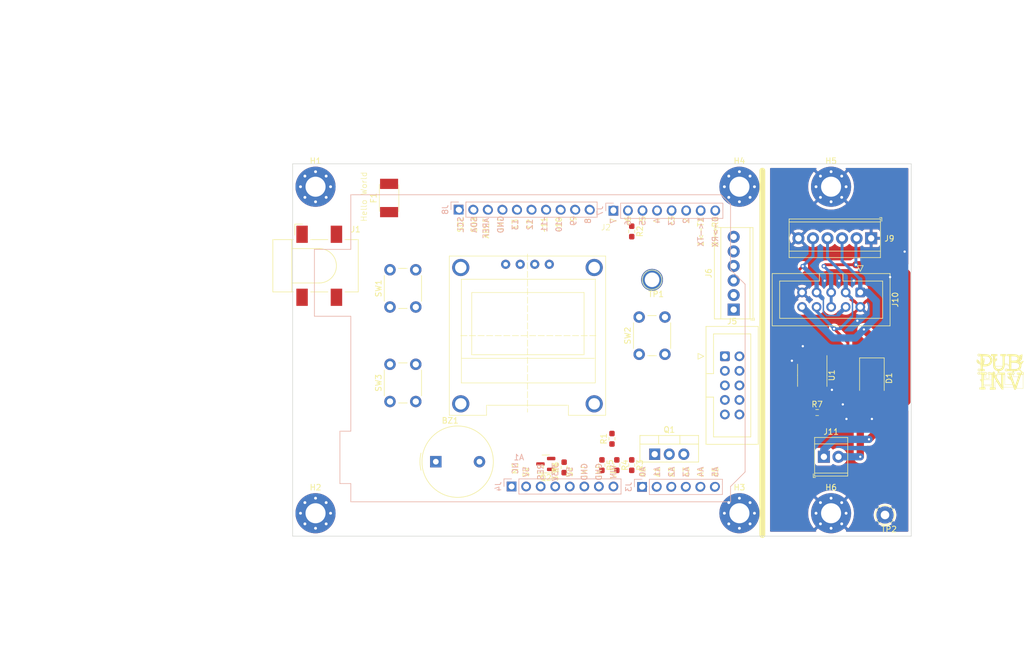
<source format=kicad_pcb>
(kicad_pcb (version 20221018) (generator pcbnew)
  (layers (0 "F.Cu" signal) (31 "B.Cu" signal) (34 "B.Paste" user) (35 "F.Paste" user) (36 "B.SilkS" user "B.Silkscreen") (37 "F.SilkS" user "F.Silkscreen") (38 "B.Mask" user) (39 "F.Mask" user) (44 "Edge.Cuts" user))
  (net 0 "")
  (net 5 "+5V")
  (net 6 "GND")
  (net 7 "VCC")
  (net 8 "TEMP_IN")
  (net 12 "SDA")
  (net 13 "SCL")
  (net 19 "BTN_SELECT")
  (net 20 "BTN_UP")
  (net 21 "BTN_DOWN")
  (net 22 "HEATER_ON")
  (net 23 "BUZZER_ON")
  (net 24 "Net-(A1-D8)")
  (net 32 "HeaterDrive")
  (net 33 "Net-(BZ1-+)")
  (net 34 "Net-(F1-Pad2)")
  (net 35 "TempOut")
  (net 36 "Net-(D1-A)")
  (net 37 "Net-(Q2-G)")
  (net 38 "Net-(U1-~{SHUTDOWN})")
  (net 39 "HeaterDrive_IB")
  (net 40 "GND1")
  (net 41 "VCCQ")
  (net 42 "+5P")
  (net 43 "TempOut_IB")
  (footprint "GeneralPurposeAlarmDevicePCB:MountingHole_3.5mm_Pad_Via" (layer "F.Cu") (at 54 146)
    (fp_text reference "H2" (at 0 -4.5) (layer "F.SilkS"))
    (fp_text value "MountingHole_Pad_3.5mm")
    (pad "1" thru_hole circle locked (at -2.625 0) (size 0.8 0.8) (drill 0.5) (layers "*.Cu" "*.Mask") (net 6 "GND"))
    (pad "1" thru_hole circle locked (at -1.856155 -1.856155) (size 0.8 0.8) (drill 0.5) (layers "*.Cu" "*.Mask") (net 6 "GND"))
    (pad "1" thru_hole circle locked (at -1.856155 1.856155) (size 0.8 0.8) (drill 0.5) (layers "*.Cu" "*.Mask") (net 6 "GND"))
    (pad "1" thru_hole circle locked (at 0 -2.625) (size 0.8 0.8) (drill 0.5) (layers "*.Cu" "*.Mask") (net 6 "GND"))
    (pad "1" thru_hole circle locked (at 0 0) (size 7 7) (drill 3.5) (layers "*.Cu" "*.Mask") (net 6 "GND"))
    (pad "1" thru_hole circle locked (at 0 2.625) (size 0.8 0.8) (drill 0.5) (layers "*.Cu" "*.Mask") (net 6 "GND"))
    (pad "1" thru_hole circle locked (at 1.856155 -1.856155) (size 0.8 0.8) (drill 0.5) (layers "*.Cu" "*.Mask") (net 6 "GND"))
    (pad "1" thru_hole circle locked (at 1.856155 1.856155) (size 0.8 0.8) (drill 0.5) (layers "*.Cu" "*.Mask") (net 6 "GND"))
    (pad "1" thru_hole circle locked (at 2.625 0) (size 0.8 0.8) (drill 0.5) (layers "*.Cu" "*.Mask") (net 6 "GND"))
  )
  (footprint "Resistor_SMD:R_0603_1608Metric_Pad0.98x0.95mm_HandSolder" (layer "F.Cu") (at 109.2 96.8 -90)
    (fp_text reference "R2" (at 0 -1.43 90) (layer "F.SilkS"))
    (fp_text value "1K")
    (pad "1" smd roundrect (at -0.9125 0 270) (size 0.975 0.95) (layers "F.Cu" "F.Paste" "F.Mask") (net 22 "HEATER_ON"))
    (pad "2" smd roundrect (at 0.9125 0 270) (size 0.975 0.95) (layers "F.Cu" "F.Paste" "F.Mask") (net 24 "Net-(A1-D8)"))
  )
  (footprint "TestPoint:TestPoint_Loop_D2.54mm_Drill1.5mm_Beaded" (layer "F.Cu") (at 153.416 146.304)
    (fp_text reference "TP2" (at 0.7 2.5) (layer "F.SilkS"))
    (fp_text value "TP_GND")
    (pad "1" thru_hole circle (at 0 0) (size 3 3) (drill 1.5) (layers "*.Cu" "*.Mask") (net 40 "GND1"))
  )
  (footprint "Button_Switch_THT:SW_PUSH_6mm" (layer "F.Cu") (at 67 110 90)
    (fp_text reference "SW1" (at 3.25 -2 90) (layer "F.SilkS"))
    (fp_text value "6mm 2 Pin Tact NO Breadboard Friendly")
    (pad "1" thru_hole circle locked (at 0 0 180) (size 2 2) (drill 1.1) (layers "*.Cu" "*.Mask") (net 21 "BTN_DOWN"))
    (pad "1" thru_hole circle locked (at 6.5 0 180) (size 2 2) (drill 1.1) (layers "*.Cu" "*.Mask") (net 21 "BTN_DOWN"))
    (pad "2" thru_hole circle locked (at 0 4.5 180) (size 2 2) (drill 1.1) (layers "*.Cu" "*.Mask") (net 21 "BTN_DOWN"))
    (pad "2" thru_hole circle locked (at 6.5 4.5 180) (size 2 2) (drill 1.1) (layers "*.Cu" "*.Mask") (net 21 "BTN_DOWN"))
  )
  (footprint "GeneralPurposeAlarmDevicePCB:MountingHole_3.5mm_Pad_Via" (layer "F.Cu") (at 128 146)
    (fp_text reference "H3" (at 0 -4.5) (layer "F.SilkS"))
    (fp_text value "MountingHole_Pad_3.5mm")
    (pad "1" thru_hole circle locked (at -2.625 0) (size 0.8 0.8) (drill 0.5) (layers "*.Cu" "*.Mask") (net 6 "GND"))
    (pad "1" thru_hole circle locked (at -1.856155 -1.856155) (size 0.8 0.8) (drill 0.5) (layers "*.Cu" "*.Mask") (net 6 "GND"))
    (pad "1" thru_hole circle locked (at -1.856155 1.856155) (size 0.8 0.8) (drill 0.5) (layers "*.Cu" "*.Mask") (net 6 "GND"))
    (pad "1" thru_hole circle locked (at 0 -2.625) (size 0.8 0.8) (drill 0.5) (layers "*.Cu" "*.Mask") (net 6 "GND"))
    (pad "1" thru_hole circle locked (at 0 0) (size 7 7) (drill 3.5) (layers "*.Cu" "*.Mask") (net 6 "GND"))
    (pad "1" thru_hole circle locked (at 0 2.625) (size 0.8 0.8) (drill 0.5) (layers "*.Cu" "*.Mask") (net 6 "GND"))
    (pad "1" thru_hole circle locked (at 1.856155 -1.856155) (size 0.8 0.8) (drill 0.5) (layers "*.Cu" "*.Mask") (net 6 "GND"))
    (pad "1" thru_hole circle locked (at 1.856155 1.856155) (size 0.8 0.8) (drill 0.5) (layers "*.Cu" "*.Mask") (net 6 "GND"))
    (pad "1" thru_hole circle locked (at 2.625 0) (size 0.8 0.8) (drill 0.5) (layers "*.Cu" "*.Mask") (net 6 "GND"))
  )
  (footprint "TerminalBlock_TE-Connectivity:TerminalBlock_TE_282834-6_1x06_P2.54mm_Horizontal" (layer "F.Cu") (at 151 98 180)
    (fp_text reference "J9" (at -3.182 -0.048) (layer "F.SilkS"))
    (fp_text value "Screw_Terminal_01x06")
    (pad "1" thru_hole rect (at 0 0 180) (size 2.1 2.1) (drill 1.1) (layers "*.Cu" "*.Mask") (net 40 "GND1"))
    (pad "2" thru_hole circle (at 2.54 0 180) (size 2.1 2.1) (drill 1.1) (layers "*.Cu" "*.Mask") (net 41 "VCCQ"))
    (pad "3" thru_hole circle (at 5.08 0 180) (size 2.1 2.1) (drill 1.1) (layers "*.Cu" "*.Mask") (net 39 "HeaterDrive_IB"))
    (pad "4" thru_hole circle (at 7.62 0 180) (size 2.1 2.1) (drill 1.1) (layers "*.Cu" "*.Mask") (net 42 "+5P"))
    (pad "5" thru_hole circle (at 10.16 0 180) (size 2.1 2.1) (drill 1.1) (layers "*.Cu" "*.Mask") (net 43 "TempOut_IB"))
    (pad "6" thru_hole circle (at 12.7 0 180) (size 2.1 2.1) (drill 1.1) (layers "*.Cu" "*.Mask") (net 40 "GND1"))
  )
  (footprint "Resistor_SMD:R_0603_1608Metric_Pad0.98x0.95mm_HandSolder" (layer "F.Cu") (at 141.566 128.42)
    (fp_text reference "R7" (at 0 -1.43) (layer "F.SilkS"))
    (fp_text value "1R")
    (pad "1" smd roundrect (at -0.9125 0) (size 0.975 0.95) (layers "F.Cu" "F.Paste" "F.Mask") (net 38 "Net-(U1-~{SHUTDOWN})"))
    (pad "2" smd roundrect (at 0.9125 0) (size 0.975 0.95) (layers "F.Cu" "F.Paste" "F.Mask") (net 42 "+5P"))
  )
  (footprint "Connector_IDC:IDC-Header_2x05_P2.54mm_Vertical" (layer "F.Cu") (at 149.098 107.4515 -90)
    (fp_text reference "J10" (at 1.27 -6.1 90) (layer "F.SilkS"))
    (fp_text value "Conn_02x05_Odd_Even")
    (pad "1" thru_hole roundrect locked (at 0 0 270) (size 1.7 1.7) (drill 1) (layers "*.Cu" "*.Mask") (roundrect_rratio 0.147059) (net 39 "HeaterDrive_IB"))
    (pad "2" thru_hole circle locked (at 2.54 0 270) (size 1.7 1.7) (drill 1) (layers "*.Cu" "*.Mask") (net 40 "GND1"))
    (pad "3" thru_hole circle locked (at 0 2.54 270) (size 1.7 1.7) (drill 1) (layers "*.Cu" "*.Mask") (net 42 "+5P"))
    (pad "4" thru_hole circle locked (at 2.54 2.54 270) (size 1.7 1.7) (drill 1) (layers "*.Cu" "*.Mask") (net 43 "TempOut_IB"))
    (pad "5" thru_hole circle locked (at 0 5.08 270) (size 1.7 1.7) (drill 1) (layers "*.Cu" "*.Mask") (net 41 "VCCQ"))
    (pad "6" thru_hole circle locked (at 2.54 5.08 270) (size 1.7 1.7) (drill 1) (layers "*.Cu" "*.Mask") (net 41 "VCCQ"))
    (pad "7" thru_hole circle locked (at 0 7.62 270) (size 1.7 1.7) (drill 1) (layers "*.Cu" "*.Mask") (net 43 "TempOut_IB"))
    (pad "8" thru_hole circle locked (at 2.54 7.62 270) (size 1.7 1.7) (drill 1) (layers "*.Cu" "*.Mask") (net 42 "+5P"))
    (pad "9" thru_hole circle locked (at 0 10.16 270) (size 1.7 1.7) (drill 1) (layers "*.Cu" "*.Mask") (net 40 "GND1"))
    (pad "10" thru_hole circle locked (at 2.54 10.16 270) (size 1.7 1.7) (drill 1) (layers "*.Cu" "*.Mask") (net 39 "HeaterDrive_IB"))
  )
  (footprint "GeneralPurposeAlarmDevicePCB:BarrelJack_CLIFF_FC681465S_SMT_Horizontal" (layer "F.Cu") (at 54.65 102.8)
    (fp_text reference "J1" (at 6.35 -6.35) (layer "F.SilkS"))
    (fp_text value "Barrel_Jack_Switch_SMT")
    (pad "" np_thru_hole oval (at -2.9 0 90) (size 1.6 1.6) (drill oval 1.6) (layers "F&B.Cu" "*.Mask"))
    (pad "" np_thru_hole circle (at 1.5 0 90) (size 1.8 1.8) (drill 1.8) (layers "F&B.Cu" "*.Mask"))
    (pad "1" smd rect (at 3 -5.5 90) (size 3 2) (layers "F.Cu" "F.Paste" "F.Mask") (net 34 "Net-(F1-Pad2)"))
    (pad "2" smd rect (at 3 5.5 90) (size 3 2) (layers "F.Cu" "F.Paste" "F.Mask") (net 6 "GND"))
    (pad "3" smd rect (at -3 5.5 90) (size 3 2) (layers "F.Cu" "F.Paste" "F.Mask") (net 6 "GND"))
    (pad "4" smd rect (at -3 -5.5 90) (size 2.999999 2) (layers "F.Cu" "F.Paste" "F.Mask") (net 34 "Net-(F1-Pad2)"))
  )
  (footprint "Resistor_SMD:R_0603_1608Metric_Pad0.98x0.95mm_HandSolder" (layer "F.Cu") (at 109.2 137.6 -90)
    (fp_text reference "R3" (at 0 -1.43 90) (layer "F.SilkS"))
    (fp_text value "1K")
    (pad "1" smd roundrect (at -0.9125 0 270) (size 0.975 0.95) (layers "F.Cu" "F.Paste" "F.Mask") (net 6 "GND"))
    (pad "2" smd roundrect (at 0.9125 0 270) (size 0.975 0.95) (layers "F.Cu" "F.Paste" "F.Mask") (net 19 "BTN_SELECT"))
  )
  (footprint "Button_Switch_THT:SW_PUSH_6mm" (layer "F.Cu") (at 67 126.5 90)
    (fp_text reference "SW3" (at 3.25 -2 90) (layer "F.SilkS"))
    (fp_text value "6mm 2 Pin Tact NO Breadboard Friendly")
    (pad "1" thru_hole circle locked (at 0 0 180) (size 2 2) (drill 1.1) (layers "*.Cu" "*.Mask") (net 20 "BTN_UP"))
    (pad "1" thru_hole circle locked (at 6.5 0 180) (size 2 2) (drill 1.1) (layers "*.Cu" "*.Mask") (net 20 "BTN_UP"))
    (pad "2" thru_hole circle locked (at 0 4.5 180) (size 2 2) (drill 1.1) (layers "*.Cu" "*.Mask") (net 20 "BTN_UP"))
    (pad "2" thru_hole circle locked (at 6.5 4.5 180) (size 2 2) (drill 1.1) (layers "*.Cu" "*.Mask") (net 20 "BTN_UP"))
  )
  (footprint "GeneralPurposeAlarmDevicePCB:Fuse_BSMD_1812" (layer "F.Cu") (at 66.84 90.965 90)
    (fp_text reference "F1" (at 0 -2.7 90) (layer "F.SilkS"))
    (fp_text value "Polyfuse 6A")
    (fp_text user "Hello World" (at -4.2 -3.8 90 unlocked) (layer "F.SilkS") (effects (font (thickness 0.1)) (justify left bottom)))
    (pad "1" smd rect (at -2.465 0 90) (size 1.78 3.15) (layers "F.Cu" "F.Paste" "F.Mask") (net 7 "VCC"))
    (pad "2" smd rect (at 2.465 0 90) (size 1.78 3.15) (layers "F.Cu" "F.Paste" "F.Mask") (net 34 "Net-(F1-Pad2)"))
  )
  (footprint "TerminalBlock_TE-Connectivity:TerminalBlock_TE_282834-6_1x06_P2.54mm_Horizontal" (layer "F.Cu") (at 127 110.45 90)
    (fp_text reference "J6" (at 6.35 -4.37 90) (layer "F.SilkS"))
    (fp_text value "Screw_Terminal_01x06")
    (pad "1" thru_hole rect locked (at 0 0 90) (size 2.1 2.1) (drill 1.1) (layers "*.Cu" "*.Mask") (net 6 "GND"))
    (pad "2" thru_hole circle locked (at 2.54 0 90) (size 2.1 2.1) (drill 1.1) (layers "*.Cu" "*.Mask") (net 7 "VCC"))
    (pad "3" thru_hole circle locked (at 5.08 0 90) (size 2.1 2.1) (drill 1.1) (layers "*.Cu" "*.Mask") (net 32 "HeaterDrive"))
    (pad "4" thru_hole circle locked (at 7.62 0 90) (size 2.1 2.1) (drill 1.1) (layers "*.Cu" "*.Mask") (net 5 "+5V"))
    (pad "5" thru_hole circle locked (at 10.16 0 90) (size 2.1 2.1) (drill 1.1) (layers "*.Cu" "*.Mask") (net 35 "TempOut"))
    (pad "6" thru_hole circle locked (at 12.7 0 90) (size 2.1 2.1) (drill 1.1) (layers "*.Cu" "*.Mask") (net 6 "GND"))
  )
  (footprint "TestPoint:TestPoint_Loop_D2.54mm_Drill1.5mm_Beaded" (layer "F.Cu") (at 112.749993 105.250005)
    (fp_text reference "TP1" (at 0.7 2.5) (layer "F.SilkS"))
    (fp_text value "TP_GND")
    (pad "1" thru_hole circle (at 0.000007 -0.000005) (size 3.81 3.81) (drill 2.54) (layers "*.Cu" "*.Mask") (net 6 "GND"))
  )
  (footprint "TerminalBlock_TE-Connectivity:TerminalBlock_TE_282834-2_1x02_P2.54mm_Horizontal" (layer "F.Cu") (at 142.748 136.144)
    (fp_text reference "J11" (at 1.27 -4.37) (layer "F.SilkS"))
    (fp_text value "Screw_Terminal_01x02")
    (pad "1" thru_hole rect (at 0 0) (size 2.1 2.1) (drill 1.1) (layers "*.Cu" "*.Mask") (net 41 "VCCQ"))
    (pad "2" thru_hole circle (at 2.54 0) (size 2.1 2.1) (drill 1.1) (layers "*.Cu" "*.Mask") (net 36 "Net-(D1-A)"))
  )
  (footprint "GeneralPurposeAlarmDevicePCB:MountingHole_3.5mm_Pad_Via" (layer "F.Cu") (at 144 146)
    (fp_text reference "H6" (at 0 -4.5) (layer "F.SilkS"))
    (fp_text value "MountingHole_Pad_3.5mm")
    (pad "1" thru_hole circle locked (at -2.625 0) (size 0.8 0.8) (drill 0.5) (layers "*.Cu" "*.Mask") (net 40 "GND1"))
    (pad "1" thru_hole circle locked (at -1.856155 -1.856155) (size 0.8 0.8) (drill 0.5) (layers "*.Cu" "*.Mask") (net 40 "GND1"))
    (pad "1" thru_hole circle locked (at -1.856155 1.856155) (size 0.8 0.8) (drill 0.5) (layers "*.Cu" "*.Mask") (net 40 "GND1"))
    (pad "1" thru_hole circle locked (at 0 -2.625) (size 0.8 0.8) (drill 0.5) (layers "*.Cu" "*.Mask") (net 40 "GND1"))
    (pad "1" thru_hole circle locked (at 0 0) (size 7 7) (drill 3.5) (layers "*.Cu" "*.Mask") (net 40 "GND1"))
    (pad "1" thru_hole circle locked (at 0 2.625) (size 0.8 0.8) (drill 0.5) (layers "*.Cu" "*.Mask") (net 40 "GND1"))
    (pad "1" thru_hole circle locked (at 1.856155 -1.856155) (size 0.8 0.8) (drill 0.5) (layers "*.Cu" "*.Mask") (net 40 "GND1"))
    (pad "1" thru_hole circle locked (at 1.856155 1.856155) (size 0.8 0.8) (drill 0.5) (layers "*.Cu" "*.Mask") (net 40 "GND1"))
    (pad "1" thru_hole circle locked (at 2.625 0) (size 0.8 0.8) (drill 0.5) (layers "*.Cu" "*.Mask") (net 40 "GND1"))
  )
  (footprint "Package_TO_SOT_THT:TO-220-3_Vertical" (layer "F.Cu") (at 113.21 135.695)
    (fp_text reference "Q1" (at 2.54 -4.27) (layer "F.SilkS"))
    (fp_text value "IRF520N")
    (pad "1" thru_hole rect (at 0 0) (size 1.905 2) (drill 1.1) (layers "*.Cu" "*.Mask") (net 22 "HEATER_ON"))
    (pad "2" thru_hole oval (at 2.54 0) (size 1.905 2) (drill 1.1) (layers "*.Cu" "*.Mask") (net 32 "HeaterDrive"))
    (pad "3" thru_hole oval (at 5.08 0) (size 1.905 2) (drill 1.1) (layers "*.Cu" "*.Mask") (net 6 "GND"))
  )
  (footprint "GeneralPurposeAlarmDevicePCB:MountingHole_3.5mm_Pad_Via" (layer "F.Cu") (at 128 89)
    (fp_text reference "H4" (at 0 -4.5) (layer "F.SilkS"))
    (fp_text value "MountingHole_Pad_3.5mm")
    (pad "1" thru_hole circle locked (at -2.625 0) (size 0.8 0.8) (drill 0.5) (layers "*.Cu" "*.Mask") (net 6 "GND"))
    (pad "1" thru_hole circle locked (at -1.856155 -1.856155) (size 0.8 0.8) (drill 0.5) (layers "*.Cu" "*.Mask") (net 6 "GND"))
    (pad "1" thru_hole circle locked (at -1.856155 1.856155) (size 0.8 0.8) (drill 0.5) (layers "*.Cu" "*.Mask") (net 6 "GND"))
    (pad "1" thru_hole circle locked (at 0 -2.625) (size 0.8 0.8) (drill 0.5) (layers "*.Cu" "*.Mask") (net 6 "GND"))
    (pad "1" thru_hole circle locked (at 0 0) (size 7 7) (drill 3.5) (layers "*.Cu" "*.Mask") (net 6 "GND"))
    (pad "1" thru_hole circle locked (at 0 2.625) (size 0.8 0.8) (drill 0.5) (layers "*.Cu" "*.Mask") (net 6 "GND"))
    (pad "1" thru_hole circle locked (at 1.856155 -1.856155) (size 0.8 0.8) (drill 0.5) (layers "*.Cu" "*.Mask") (net 6 "GND"))
    (pad "1" thru_hole circle locked (at 1.856155 1.856155) (size 0.8 0.8) (drill 0.5) (layers "*.Cu" "*.Mask") (net 6 "GND"))
    (pad "1" thru_hole circle locked (at 2.625 0) (size 0.8 0.8) (drill 0.5) (layers "*.Cu" "*.Mask") (net 6 "GND"))
  )
  (footprint "GeneralPurposeAlarmDevicePCB:MountingHole_3.5mm_Pad_Via" (layer "F.Cu") (at 54 89)
    (fp_text reference "H1" (at 0 -4.5) (layer "F.SilkS"))
    (fp_text value "MountingHole_Pad_3.5mm")
    (pad "1" thru_hole circle locked (at -2.625 0) (size 0.8 0.8) (drill 0.5) (layers "*.Cu" "*.Mask") (net 6 "GND"))
    (pad "1" thru_hole circle locked (at -1.856155 -1.856155) (size 0.8 0.8) (drill 0.5) (layers "*.Cu" "*.Mask") (net 6 "GND"))
    (pad "1" thru_hole circle locked (at -1.856155 1.856155) (size 0.8 0.8) (drill 0.5) (layers "*.Cu" "*.Mask") (net 6 "GND"))
    (pad "1" thru_hole circle locked (at 0 -2.625) (size 0.8 0.8) (drill 0.5) (layers "*.Cu" "*.Mask") (net 6 "GND"))
    (pad "1" thru_hole circle locked (at 0 0) (size 7 7) (drill 3.5) (layers "*.Cu" "*.Mask") (net 6 "GND"))
    (pad "1" thru_hole circle locked (at 0 2.625) (size 0.8 0.8) (drill 0.5) (layers "*.Cu" "*.Mask") (net 6 "GND"))
    (pad "1" thru_hole circle locked (at 1.856155 -1.856155) (size 0.8 0.8) (drill 0.5) (layers "*.Cu" "*.Mask") (net 6 "GND"))
    (pad "1" thru_hole circle locked (at 1.856155 1.856155) (size 0.8 0.8) (drill 0.5) (layers "*.Cu" "*.Mask") (net 6 "GND"))
    (pad "1" thru_hole circle locked (at 2.625 0) (size 0.8 0.8) (drill 0.5) (layers "*.Cu" "*.Mask") (net 6 "GND"))
  )
  (footprint "GeneralPurposeAlarmDevicePCB:Buzzer_12.2mm_9.7mm_7.62mm" (layer "F.Cu") (at 75 137)
    (fp_text reference "BZ1" (at 2.5 -7.17) (layer "F.SilkS"))
    (fp_text value "Buzzer_Adafruit_P1536A")
    (pad "1" thru_hole rect locked (at 0 0) (size 2 2) (drill 1) (layers "*.Cu" "*.Mask") (net 5 "+5V"))
    (pad "2" thru_hole circle locked (at 7.62 0) (size 2 2) (drill 1) (layers "*.Cu" "*.Mask") (net 33 "Net-(BZ1-+)"))
  )
  (footprint "Resistor_SMD:R_0603_1608Metric_Pad0.98x0.95mm_HandSolder" (layer "F.Cu") (at 106.6 137.6 -90)
    (fp_text reference "R4" (at 0 -1.43 90) (layer "F.SilkS"))
    (fp_text value "1K")
    (pad "1" smd roundrect (at -0.9125 0 270) (size 0.975 0.95) (layers "F.Cu" "F.Paste" "F.Mask") (net 6 "GND"))
    (pad "2" smd roundrect (at 0.9125 0 270) (size 0.975 0.95) (layers "F.Cu" "F.Paste" "F.Mask") (net 20 "BTN_UP"))
  )
  (footprint "GeneralPurposeAlarmDevicePCB:HS96L03W2C03_0.96_Oled" (layer "F.Cu") (at 91 115)
    (fp_text reference "J2" (at 13.69 -18.9 unlocked) (layer "F.SilkS") (effects (font (thickness 0.1))))
    (fp_text value "HS96L03W2C03_0.96_Oled")
    (pad "1" thru_hole circle locked (at -3.81 -12.46) (size 1.6 1.6) (drill 0.8) (layers "*.Cu" "*.Mask") (net 6 "GND"))
    (pad "2" thru_hole circle locked (at -1.27 -12.46) (size 1.6 1.6) (drill 0.8) (layers "*.Cu" "*.Mask") (net 5 "+5V"))
    (pad "3" thru_hole circle locked (at 1.27 -12.46) (size 1.6 1.6) (drill 0.8) (layers "*.Cu" "*.Mask") (net 13 "SCL"))
    (pad "4" thru_hole circle locked (at 3.81 -12.46) (size 1.6 1.6) (drill 0.8) (layers "*.Cu" "*.Mask") (net 12 "SDA"))
    (pad "5" thru_hole circle locked (at -11.65 -11.9) (size 3 3) (drill 2) (layers "*.Cu" "*.Mask") (net 6 "GND"))
    (pad "6" thru_hole circle locked (at 11.65 -11.9) (size 3 3) (drill 2) (layers "*.Cu" "*.Mask") (net 6 "GND"))
    (pad "7" thru_hole circle locked (at -11.65 11.9) (size 3 3) (drill 2) (layers "*.Cu" "*.Mask") (net 6 "GND"))
    (pad "8" thru_hole circle locked (at 11.65 11.9) (size 3 3) (drill 2) (layers "*.Cu" "*.Mask") (net 6 "GND"))
  )
  (footprint "Button_Switch_THT:SW_PUSH_6mm" (layer "F.Cu") (at 110.5 118.25 90)
    (fp_text reference "SW2" (at 3.25 -2 90) (layer "F.SilkS"))
    (fp_text value "6mm 2 Pin Tact NO Breadboard Friendly")
    (pad "1" thru_hole circle locked (at 0 0 180) (size 2 2) (drill 1.1) (layers "*.Cu" "*.Mask") (net 19 "BTN_SELECT"))
    (pad "1" thru_hole circle locked (at 6.5 0 180) (size 2 2) (drill 1.1) (layers "*.Cu" "*.Mask") (net 19 "BTN_SELECT"))
    (pad "2" thru_hole circle locked (at 0 4.5 180) (size 2 2) (drill 1.1) (layers "*.Cu" "*.Mask") (net 19 "BTN_SELECT"))
    (pad "2" thru_hole circle locked (at 6.5 4.5 180) (size 2 2) (drill 1.1) (layers "*.Cu" "*.Mask") (net 19 "BTN_SELECT"))
  )
  (footprint "Diode_SMD:D_SMB" (layer "F.Cu") (at 151.13 122.428 -90)
    (fp_text reference "D1" (at 0 -3 90) (layer "F.SilkS"))
    (fp_text value "Schottky 2A")
    (pad "1" smd rect (at -2.15 0 270) (size 2.5 2.3) (layers "F.Cu" "F.Paste" "F.Mask") (net 39 "HeaterDrive_IB"))
    (pad "2" smd rect (at 2.15 0 270) (size 2.5 2.3) (layers "F.Cu" "F.Paste" "F.Mask") (net 36 "Net-(D1-A)"))
  )
  (footprint "Resistor_SMD:R_0603_1608Metric_Pad0.98x0.95mm_HandSolder" (layer "F.Cu") (at 104 137.6 -90)
    (fp_text reference "R5" (at 0 -1.43 90) (layer "F.SilkS"))
    (fp_text value "1K")
    (pad "1" smd roundrect (at -0.9125 0 270) (size 0.975 0.95) (layers "F.Cu" "F.Paste" "F.Mask") (net 6 "GND"))
    (pad "2" smd roundrect (at 0.9125 0 270) (size 0.975 0.95) (layers "F.Cu" "F.Paste" "F.Mask") (net 21 "BTN_DOWN"))
  )
  (footprint "GeneralPurposeAlarmDevicePCB:Logo_PI_BandW_70percent_10x10" (layer "F.Cu") (at 173.52 121.52)
    (fp_text reference "G***" hide)
    (fp_text value "LOGO" hide)
  )
  (footprint "Resistor_SMD:R_0603_1608Metric_Pad0.98x0.95mm_HandSolder" (layer "F.Cu") (at 105.75 133 90)
    (fp_text reference "R1" (at 0 -1.43 90) (layer "F.SilkS"))
    (fp_text value "1R")
    (pad "1" smd roundrect (at -0.9125 0 90) (size 0.975 0.95) (layers "F.Cu" "F.Paste" "F.Mask") (net 8 "TEMP_IN"))
    (pad "2" smd roundrect (at 0.9125 0 90) (size 0.975 0.95) (layers "F.Cu" "F.Paste" "F.Mask") (net 35 "TempOut"))
  )
  (footprint "GeneralPurposeAlarmDevicePCB:MountingHole_3.5mm_Pad_Via" (layer "F.Cu") (at 144 89)
    (fp_text reference "H5" (at 0 -4.5) (layer "F.SilkS"))
    (fp_text value "MountingHole_Pad_3.5mm")
    (pad "1" thru_hole circle locked (at -2.625 0) (size 0.8 0.8) (drill 0.5) (layers "*.Cu" "*.Mask") (net 40 "GND1"))
    (pad "1" thru_hole circle locked (at -1.856155 -1.856155) (size 0.8 0.8) (drill 0.5) (layers "*.Cu" "*.Mask") (net 40 "GND1"))
    (pad "1" thru_hole circle locked (at -1.856155 1.856155) (size 0.8 0.8) (drill 0.5) (layers "*.Cu" "*.Mask") (net 40 "GND1"))
    (pad "1" thru_hole circle locked (at 0 -2.625) (size 0.8 0.8) (drill 0.5) (layers "*.Cu" "*.Mask") (net 40 "GND1"))
    (pad "1" thru_hole circle locked (at 0 0) (size 7 7) (drill 3.5) (layers "*.Cu" "*.Mask") (net 40 "GND1"))
    (pad "1" thru_hole circle locked (at 0 2.625) (size 0.8 0.8) (drill 0.5) (layers "*.Cu" "*.Mask") (net 40 "GND1"))
    (pad "1" thru_hole circle locked (at 1.856155 -1.856155) (size 0.8 0.8) (drill 0.5) (layers "*.Cu" "*.Mask") (net 40 "GND1"))
    (pad "1" thru_hole circle locked (at 1.856155 1.856155) (size 0.8 0.8) (drill 0.5) (layers "*.Cu" "*.Mask") (net 40 "GND1"))
    (pad "1" thru_hole circle locked (at 2.625 0) (size 0.8 0.8) (drill 0.5) (layers "*.Cu" "*.Mask") (net 40 "GND1"))
  )
  (footprint "Package_TO_SOT_SMD:SOT-23" (layer "F.Cu") (at 94.2 137.4 180)
    (fp_text reference "Q2" (at 0 -2.4) (layer "F.SilkS"))
    (fp_text value "BSS138")
    (pad "1" smd roundrect (at -0.9375 -0.95 180) (size 1.475 0.6) (layers "F.Cu" "F.Paste" "F.Mask") (net 37 "Net-(Q2-G)"))
    (pad "2" smd roundrect (at -0.9375 0.95 180) (size 1.475 0.6) (layers "F.Cu" "F.Paste" "F.Mask") (net 6 "GND"))
    (pad "3" smd roundrect (at 0.9375 0 180) (size 1.475 0.6) (layers "F.Cu" "F.Paste" "F.Mask") (net 33 "Net-(BZ1-+)"))
  )
  (footprint "Package_SO:SOIC-8_3.9x4.9mm_P1.27mm" (layer "F.Cu") (at 140.716 121.92 -90)
    (fp_text reference "U1" (at 0 -3.4 90) (layer "F.SilkS"))
    (fp_text value "TMP36xS")
    (pad "1" smd roundrect (at -2.475 -1.905 270) (size 1.95 0.6) (layers "F.Cu" "F.Paste" "F.Mask") (net 43 "TempOut_IB"))
    (pad "2" smd roundrect (at -2.475 -0.635 270) (size 1.95 0.6) (layers "F.Cu" "F.Paste" "F.Mask"))
    (pad "3" smd roundrect (at -2.475 0.635 270) (size 1.95 0.6) (layers "F.Cu" "F.Paste" "F.Mask"))
    (pad "4" smd roundrect (at -2.475 1.905 270) (size 1.95 0.6) (layers "F.Cu" "F.Paste" "F.Mask") (net 40 "GND1"))
    (pad "5" smd roundrect (at 2.475 1.905 270) (size 1.95 0.6) (layers "F.Cu" "F.Paste" "F.Mask") (net 38 "Net-(U1-~{SHUTDOWN})"))
    (pad "6" smd roundrect (at 2.475 0.635 270) (size 1.95 0.6) (layers "F.Cu" "F.Paste" "F.Mask"))
    (pad "7" smd roundrect (at 2.475 -0.635 270) (size 1.95 0.6) (layers "F.Cu" "F.Paste" "F.Mask"))
    (pad "8" smd roundrect (at 2.475 -1.905 270) (size 1.95 0.6) (layers "F.Cu" "F.Paste" "F.Mask") (net 42 "+5P"))
  )
  (footprint "Connector_IDC:IDC-Header_2x05_P2.54mm_Vertical" (layer "F.Cu") (at 125.46 118.6)
    (fp_text reference "J5" (at 1.27 -6.1) (layer "F.SilkS"))
    (fp_text value "Conn_02x05_Odd_Even")
    (pad "1" thru_hole roundrect locked (at 0 0) (size 1.7 1.7) (drill 1) (layers "*.Cu" "*.Mask") (roundrect_rratio 0.147059) (net 32 "HeaterDrive"))
    (pad "2" thru_hole circle locked (at 2.54 0) (size 1.7 1.7) (drill 1) (layers "*.Cu" "*.Mask") (net 6 "GND"))
    (pad "3" thru_hole circle locked (at 0 2.54) (size 1.7 1.7) (drill 1) (layers "*.Cu" "*.Mask") (net 5 "+5V"))
    (pad "4" thru_hole circle locked (at 2.54 2.54) (size 1.7 1.7) (drill 1) (layers "*.Cu" "*.Mask") (net 35 "TempOut"))
    (pad "5" thru_hole circle locked (at 0 5.08) (size 1.7 1.7) (drill 1) (layers "*.Cu" "*.Mask") (net 7 "VCC"))
    (pad "6" thru_hole circle locked (at 2.54 5.08) (size 1.7 1.7) (drill 1) (layers "*.Cu" "*.Mask") (net 7 "VCC"))
    (pad "7" thru_hole circle locked (at 0 7.62) (size 1.7 1.7) (drill 1) (layers "*.Cu" "*.Mask") (net 35 "TempOut"))
    (pad "8" thru_hole circle locked (at 2.54 7.62) (size 1.7 1.7) (drill 1) (layers "*.Cu" "*.Mask") (net 5 "+5V"))
    (pad "9" thru_hole circle locked (at 0 10.16) (size 1.7 1.7) (drill 1) (layers "*.Cu" "*.Mask") (net 6 "GND"))
    (pad "10" thru_hole circle locked (at 2.54 10.16) (size 1.7 1.7) (drill 1) (layers "*.Cu" "*.Mask") (net 32 "HeaterDrive"))
  )
  (footprint "Resistor_SMD:R_0603_1608Metric_Pad0.98x0.95mm_HandSolder" (layer "F.Cu") (at 97.4 138 90)
    (fp_text reference "R6" (at 0 -1.43 90) (layer "F.SilkS"))
    (fp_text value "1K")
    (pad "1" smd roundrect (at -0.9125 0 90) (size 0.975 0.95) (layers "F.Cu" "F.Paste" "F.Mask") (net 23 "BUZZER_ON"))
    (pad "2" smd roundrect (at 0.9125 0 90) (size 0.975 0.95) (layers "F.Cu" "F.Paste" "F.Mask") (net 37 "Net-(Q2-G)"))
  )
  (footprint "Connector_PinHeader_2.54mm:PinHeader_1x10_P2.54mm_Vertical" (layer "B.Cu") (at 78.975 93 -90)
    (fp_text reference "J8" (at 0 2.33 90) (layer "B.SilkS") (effects (justify mirror)))
    (fp_text value "PinHeader_1x10_P2.54mm_Vertical")
    (pad "1" thru_hole rect (at 0 0 270) (size 1.7 1.7) (drill 1) (layers "*.Cu" "*.Mask"))
    (pad "2" thru_hole oval (at 0 -2.54 270) (size 1.7 1.7) (drill 1) (layers "*.Cu" "*.Mask"))
    (pad "3" thru_hole oval (at 0 -5.08 270) (size 1.7 1.7) (drill 1) (layers "*.Cu" "*.Mask"))
    (pad "4" thru_hole oval (at 0 -7.62 270) (size 1.7 1.7) (drill 1) (layers "*.Cu" "*.Mask"))
    (pad "5" thru_hole oval (at 0 -10.16 270) (size 1.7 1.7) (drill 1) (layers "*.Cu" "*.Mask"))
    (pad "6" thru_hole oval (at 0 -12.7 270) (size 1.7 1.7) (drill 1) (layers "*.Cu" "*.Mask"))
    (pad "7" thru_hole oval (at 0 -15.24 270) (size 1.7 1.7) (drill 1) (layers "*.Cu" "*.Mask"))
    (pad "8" thru_hole oval (at 0 -17.78 270) (size 1.7 1.7) (drill 1) (layers "*.Cu" "*.Mask"))
    (pad "9" thru_hole oval (at 0 -20.32 270) (size 1.7 1.7) (drill 1) (layers "*.Cu" "*.Mask"))
    (pad "10" thru_hole oval (at 0 -22.86 270) (size 1.7 1.7) (drill 1) (layers "*.Cu" "*.Mask"))
  )
  (footprint "Connector_PinHeader_2.54mm:PinHeader_1x08_P2.54mm_Vertical" (layer "B.Cu") (at 106 93.2 -90)
    (fp_text reference "J7" (at 0 2.33 90) (layer "B.SilkS") (effects (justify mirror)))
    (fp_text value "PinHeader_1x08_P2.54mm_Vertical")
    (pad "1" thru_hole rect (at 0 0 270) (size 1.7 1.7) (drill 1) (layers "*.Cu" "*.Mask"))
    (pad "2" thru_hole oval (at 0 -2.54 270) (size 1.7 1.7) (drill 1) (layers "*.Cu" "*.Mask"))
    (pad "3" thru_hole oval (at 0 -5.08 270) (size 1.7 1.7) (drill 1) (layers "*.Cu" "*.Mask"))
    (pad "4" thru_hole oval (at 0 -7.62 270) (size 1.7 1.7) (drill 1) (layers "*.Cu" "*.Mask"))
    (pad "5" thru_hole oval (at 0 -10.16 270) (size 1.7 1.7) (drill 1) (layers "*.Cu" "*.Mask"))
    (pad "6" thru_hole oval (at 0 -12.7 270) (size 1.7 1.7) (drill 1) (layers "*.Cu" "*.Mask"))
    (pad "7" thru_hole oval (at 0 -15.24 270) (size 1.7 1.7) (drill 1) (layers "*.Cu" "*.Mask"))
    (pad "8" thru_hole oval (at 0 -17.78 270) (size 1.7 1.7) (drill 1) (layers "*.Cu" "*.Mask"))
  )
  (footprint "Connector_PinHeader_2.54mm:PinHeader_1x06_P2.54mm_Vertical" (layer "B.Cu") (at 111 141.4 -90)
    (fp_text reference "J3" (at 0 2.33 90) (layer "B.SilkS") (effects (justify mirror)))
    (fp_text value "PinHeader_1x06_P2.54mm_Vertical")
    (pad "1" thru_hole rect (at 0 0 270) (size 1.7 1.7) (drill 1) (layers "*.Cu" "*.Mask"))
    (pad "2" thru_hole oval (at 0 -2.54 270) (size 1.7 1.7) (drill 1) (layers "*.Cu" "*.Mask"))
    (pad "3" thru_hole oval (at 0 -5.08 270) (size 1.7 1.7) (drill 1) (layers "*.Cu" "*.Mask"))
    (pad "4" thru_hole oval (at 0 -7.62 270) (size 1.7 1.7) (drill 1) (layers "*.Cu" "*.Mask"))
    (pad "5" thru_hole oval (at 0 -10.16 270) (size 1.7 1.7) (drill 1) (layers "*.Cu" "*.Mask"))
    (pad "6" thru_hole oval (at 0 -12.7 270) (size 1.7 1.7) (drill 1) (layers "*.Cu" "*.Mask"))
  )
  (footprint "GeneralPurposeAlarmDevicePCB:Arduino_UNO_R3_NoMountingHoles3D" (layer "B.Cu") (at 88.225 141.33)
    (fp_text reference "A1" (at 1.27 -5.08 180) (layer "B.SilkS") (effects (justify mirror)))
    (fp_text value "Arduino_UNO_R3")
    (fp_text user "~6" (at 20.32 -46.355 90 unlocked) (layer "B.SilkS") (effects (justify mirror)))
    (fp_text user "~3" (at 27.94 -46.355 90 unlocked) (layer "B.SilkS") (effects (justify mirror)))
    (fp_text user "AREF" (at -4.445 -45.085 90 unlocked) (layer "B.SilkS") (effects (justify mirror)))
    (fp_text user "~10" (at 8.255 -45.72 90 unlocked) (layer "B.SilkS") (effects (justify mirror)))
    (fp_text user "NC" (at 0.635 -3.175 90 unlocked) (layer "B.SilkS") (effects (justify mirror)))
    (fp_text user "13" (at 0.635 -45.72 90 unlocked) (layer "B.SilkS") (effects (justify mirror)))
    (fp_text user "~9" (at 10.795 -46.355 90 unlocked) (layer "B.SilkS") (effects (justify mirror)))
    (fp_text user "RES" (at 5.08 -2.54 90 unlocked) (layer "B.SilkS") (effects (justify mirror)))
    (fp_text user "A5" (at 35.56 -2.54 90 unlocked) (layer "B.SilkS") (effects (justify mirror)))
    (fp_text user "7" (at 17.78 -46.355 90 unlocked) (layer "B.SilkS") (effects (justify mirror)))
    (fp_text user "SCL" (at -8.89 -45.72 90 unlocked) (layer "B.SilkS") (effects (justify mirror)))
    (fp_text user "~11" (at 5.715 -45.72 90 unlocked) (layer "B.SilkS") (effects (justify mirror)))
    (fp_text user "2" (at 30.48 -46.355 90 unlocked) (layer "B.SilkS") (effects (justify mirror)))
    (fp_text user "4" (at 25.4 -46.355 90 unlocked) (layer "B.SilkS") (effects (justify mirror)))
    (fp_text user "VIN" (at 17.78 -2.54 90 unlocked) (layer "B.SilkS") (effects (justify mirror)))
    (fp_text user "A2" (at 27.94 -2.54 90 unlocked) (layer "B.SilkS") (effects (justify mirror)))
    (fp_text user "SDA" (at -6.547796 -45.699726 90 unlocked) (layer "B.SilkS") (effects (justify mirror)))
    (fp_text user "GND" (at 15.24 -2.54 90 unlocked) (layer "B.SilkS") (effects (justify mirror)))
    (fp_text user "8" (at 13.335 -46.355 90 unlocked) (layer "B.SilkS") (effects (justify mirror)))
    (fp_text user "GND" (at -1.905 -45.72 90 unlocked) (layer "B.SilkS") (effects (justify mirror)))
    (fp_text user "GND" (at 12.7 -2.54 90 unlocked) (layer "B.SilkS") (effects (justify mirror)))
    (fp_text user "A1" (at 25.4 -2.54 90 unlocked) (layer "B.SilkS") (effects (justify mirror)))
    (fp_text user "1<-TX" (at 33.02 -44.45 90 unlocked) (layer "B.SilkS") (effects (justify mirror)))
    (fp_text user "~5" (at 22.86 -46.355 90 unlocked) (layer "B.SilkS") (effects (justify mirror)))
    (fp_text user "0->RX" (at 35.56 -44.45 90 unlocked) (layer "B.SilkS") (effects (justify mirror)))
    (fp_text user "A4" (at 33.02 -2.54 90 unlocked) (layer "B.SilkS") (effects (justify mirror)))
    (fp_text user "5V" (at 2.54 -2.54 90 unlocked) (layer "B.SilkS") (effects (justify mirror)))
    (fp_text user "A3" (at 30.48 -2.54 90 unlocked) (layer "B.SilkS") (effects (justify mirror)))
    (fp_text user "3.3V" (at 7.62 -2.54 90 unlocked) (layer "B.SilkS") (effects (justify mirror)))
    (fp_text user "12" (at 3.175 -45.72 90 unlocked) (layer "B.SilkS") (effects (justify mirror)))
    (fp_text user "5V" (at 10.16 -2.54 90 unlocked) (layer "B.SilkS") (effects (justify mirror)))
    (fp_text user "A0" (at 22.86 -2.54 90 unlocked) (layer "B.SilkS") (effects (justify mirror)))
    (fp_text user "~11" (at 5.715 -45.740274 90 unlocked) (layer "F.SilkS"))
    (fp_text user "8" (at 13.335 -46.375274 90 unlocked) (layer "F.SilkS"))
    (fp_text user "0->RX" (at 35.56 -44.470274 90 unlocked) (layer "F.SilkS"))
    (fp_text user "A4" (at 33.02 -2.54 90 unlocked) (layer "F.SilkS"))
    (fp_text user "SCL" (at -8.89 -45.740274 90 unlocked) (layer "F.SilkS"))
    (fp_text user "A0" (at 22.86 -2.54 90 unlocked) (layer "F.SilkS"))
    (fp_text user "A3" (at 30.48 -2.54 90 unlocked) (layer "F.SilkS"))
    (fp_text user "~6" (at 20.32 -46.375274 90 unlocked) (layer "F.SilkS"))
    (fp_text user "RES" (at 5.08 -2.54 90 unlocked) (layer "F.SilkS"))
    (fp_text user "A2" (at 27.94 -2.54 90 unlocked) (layer "F.SilkS"))
    (fp_text user "4" (at 25.4 -46.375274 90 unlocked) (layer "F.SilkS"))
    (fp_text user "GND" (at 12.7 -2.54 90 unlocked) (layer "F.SilkS"))
    (fp_text user "~10" (at 8.255 -45.740274 90 unlocked) (layer "F.SilkS"))
    (fp_text user "~9" (at 10.795 -46.375274 90 unlocked) (layer "F.SilkS"))
    (fp_text user "2" (at 30.48 -46.375274 90 unlocked) (layer "F.SilkS"))
    (fp_text user "~5" (at 22.86 -46.375274 90 unlocked) (layer "F.SilkS"))
    (fp_text user "NC" (at 0.635 -3.175 90 unlocked) (layer "F.SilkS"))
    (fp_text user "5V" (at 10.16 -2.54 90 unlocked) (layer "F.SilkS"))
    (fp_text user "7" (at 17.78 -46.375274 90 unlocked) (layer "F.SilkS"))
    (fp_text user "AREF" (at -4.445 -45.105274 90 unlocked) (layer "F.SilkS"))
    (fp_text user "GND" (at -1.905 -45.740274 90 unlocked) (layer "F.SilkS"))
    (fp_text user "5V" (at 2.54 -2.54 90 unlocked) (layer "F.SilkS"))
    (fp_text user "A1" (at 25.4 -2.54 90 unlocked) (layer "F.SilkS"))
    (fp_text user "3.3V" (at 7.62 -2.54 90 unlocked) (layer "F.SilkS"))
    (fp_text user "1<-TX" (at 33.02 -44.470274 90 unlocked) (layer "F.SilkS"))
    (fp_text user "A5" (at 35.56 -2.54 90 unlocked) (layer "F.SilkS"))
    (fp_text user "VIN" (at 17.78 -2.54 90 unlocked) (layer "F.SilkS"))
    (fp_text user "13" (at 0.635 -45.740274 90 unlocked) (layer "F.SilkS"))
    (fp_text user "GND" (at 15.24 -2.54 90 unlocked) (layer "F.SilkS"))
    (fp_text user "12" (at 3.175 -45.740274 90 unlocked) (layer "F.SilkS"))
    (fp_text user "~3" (at 27.94 -46.375274 90 unlocked) (layer "F.SilkS"))
    (fp_text user "SDA" (at -6.547796 -45.72 90 unlocked) (layer "F.SilkS"))
    (pad "1" thru_hole rect locked (at 0 0 270) (size 1.6 1.6) (drill 1) (layers "*.Cu" "*.Mask"))
    (pad "2" thru_hole oval locked (at 2.54 0 270) (size 1.6 1.6) (drill 1) (layers "*.Cu" "*.Mask"))
    (pad "3" thru_hole oval locked (at 5.08 0 270) (size 1.6 1.6) (drill 1) (layers "*.Cu" "*.Mask"))
    (pad "4" thru_hole oval locked (at 7.62 0 270) (size 1.6 1.6) (drill 1) (layers "*.Cu" "*.Mask"))
    (pad "5" thru_hole oval locked (at 10.16 0 270) (size 1.6 1.6) (drill 1) (layers "*.Cu" "*.Mask") (net 5 "+5V"))
    (pad "6" thru_hole oval locked (at 12.7 0 270) (size 1.6 1.6) (drill 1) (layers "*.Cu" "*.Mask") (net 6 "GND"))
    (pad "7" thru_hole oval locked (at 15.24 0 270) (size 1.6 1.6) (drill 1) (layers "*.Cu" "*.Mask") (net 6 "GND"))
    (pad "8" thru_hole oval locked (at 17.78 0 270) (size 1.6 1.6) (drill 1) (layers "*.Cu" "*.Mask") (net 7 "VCC"))
    (pad "9" thru_hole oval locked (at 22.86 0 270) (size 1.6 1.6) (drill 1) (layers "*.Cu" "*.Mask") (net 8 "TEMP_IN"))
    (pad "10" thru_hole oval locked (at 25.4 0 270) (size 1.6 1.6) (drill 1) (layers "*.Cu" "*.Mask"))
    (pad "11" thru_hole oval locked (at 27.94 0 270) (size 1.6 1.6) (drill 1) (layers "*.Cu" "*.Mask"))
    (pad "12" thru_hole oval locked (at 30.48 0 270) (size 1.6 1.6) (drill 1) (layers "*.Cu" "*.Mask"))
    (pad "13" thru_hole oval locked (at 33.02 0 270) (size 1.6 1.6) (drill 1) (layers "*.Cu" "*.Mask") (net 12 "SDA"))
    (pad "14" thru_hole oval locked (at 35.56 0 270) (size 1.6 1.6) (drill 1) (layers "*.Cu" "*.Mask") (net 13 "SCL"))
    (pad "15" thru_hole oval locked (at 35.56 -48.26 270) (size 1.6 1.6) (drill 1) (layers "*.Cu" "*.Mask"))
    (pad "16" thru_hole oval locked (at 33.02 -48.26 270) (size 1.6 1.6) (drill 1) (layers "*.Cu" "*.Mask"))
    (pad "17" thru_hole oval locked (at 30.48 -48.26 270) (size 1.6 1.6) (drill 1) (layers "*.Cu" "*.Mask"))
    (pad "18" thru_hole oval locked (at 27.94 -48.26 270) (size 1.6 1.6) (drill 1) (layers "*.Cu" "*.Mask"))
    (pad "19" thru_hole oval locked (at 25.4 -48.26 270) (size 1.6 1.6) (drill 1) (layers "*.Cu" "*.Mask"))
    (pad "20" thru_hole oval locked (at 22.86 -48.26 270) (size 1.6 1.6) (drill 1) (layers "*.Cu" "*.Mask") (net 19 "BTN_SELECT"))
    (pad "21" thru_hole oval locked (at 20.32 -48.26 270) (size 1.6 1.6) (drill 1) (layers "*.Cu" "*.Mask") (net 20 "BTN_UP"))
    (pad "22" thru_hole oval locked (at 17.78 -48.26 270) (size 1.6 1.6) (drill 1) (layers "*.Cu" "*.Mask") (net 21 "BTN_DOWN"))
    (pad "23" thru_hole oval locked (at 13.72 -48.26 270) (size 1.6 1.6) (drill 1) (layers "*.Cu" "*.Mask") (net 24 "Net-(A1-D8)"))
    (pad "24" thru_hole oval locked (at 11.18 -48.26 270) (size 1.6 1.6) (drill 1) (layers "*.Cu" "*.Mask") (net 23 "BUZZER_ON"))
    (pad "25" thru_hole oval locked (at 8.64 -48.26 270) (size 1.6 1.6) (drill 1) (layers "*.Cu" "*.Mask"))
    (pad "26" thru_hole oval locked (at 6.1 -48.26 270) (size 1.6 1.6) (drill 1) (layers "*.Cu" "*.Mask"))
    (pad "27" thru_hole oval locked (at 3.56 -48.26 270) (size 1.6 1.6) (drill 1) (layers "*.Cu" "*.Mask"))
    (pad "28" thru_hole oval locked (at 1.02 -48.26 270) (size 1.6 1.6) (drill 1) (layers "*.Cu" "*.Mask"))
    (pad "29" thru_hole oval locked (at -1.52 -48.26 270) (size 1.6 1.6) (drill 1) (layers "*.Cu" "*.Mask") (net 6 "GND"))
    (pad "30" thru_hole oval locked (at -4.06 -48.26 270) (size 1.6 1.6) (drill 1) (layers "*.Cu" "*.Mask"))
    (pad "31" thru_hole oval locked (at -6.6 -48.26 270) (size 1.6 1.6) (drill 1) (layers "*.Cu" "*.Mask"))
    (pad "32" thru_hole oval locked (at -9.14 -48.26 270) (size 1.6 1.6) (drill 1) (layers "*.Cu" "*.Mask"))
  )
  (footprint "Connector_PinHeader_2.54mm:PinHeader_1x08_P2.54mm_Vertical" (layer "B.Cu") (at 88.225 141.33 -90)
    (fp_text reference "J4" (at 0 2.33 90) (layer "B.SilkS") (effects (justify mirror)))
    (fp_text value "PinHeader_1x08_P2.54mm_Vertical")
    (pad "1" thru_hole rect (at 0 0 270) (size 1.7 1.7) (drill 1) (layers "*.Cu" "*.Mask"))
    (pad "2" thru_hole oval (at 0 -2.54 270) (size 1.7 1.7) (drill 1) (layers "*.Cu" "*.Mask"))
    (pad "3" thru_hole oval (at 0 -5.08 270) (size 1.7 1.7) (drill 1) (layers "*.Cu" "*.Mask"))
    (pad "4" thru_hole oval (at 0 -7.62 270) (size 1.7 1.7) (drill 1) (layers "*.Cu" "*.Mask"))
    (pad "5" thru_hole oval (at 0 -10.16 270) (size 1.7 1.7) (drill 1) (layers "*.Cu" "*.Mask"))
    (pad "6" thru_hole oval (at 0 -12.7 270) (size 1.7 1.7) (drill 1) (layers "*.Cu" "*.Mask"))
    (pad "7" thru_hole oval (at 0 -15.24 270) (size 1.7 1.7) (drill 1) (layers "*.Cu" "*.Mask"))
    (pad "8" thru_hole oval (at 0 -17.78 270) (size 1.7 1.7) (drill 1) (layers "*.Cu" "*.Mask"))
  )
  (gr_line locked (start 131.999992 149.800004) (end 131.999992 86.200005) (stroke (width 1.016)) (layer "F.SilkS"))
  (gr_line locked (start 50 150) (end 158 150) (stroke (width 0.1)) (layer "Edge.Cuts"))
  (gr_line locked (start 158 85) (end 50 85) (stroke (width 0.1)) (layer "Edge.Cuts"))
  (gr_line locked (start 50 85) (end 50 150) (stroke (width 0.1)) (layer "Edge.Cuts"))
  (gr_line locked (start 158 150) (end 158 85) (stroke (width 0.1)) (layer "Edge.Cuts"))
  (segment (start 149.098 136.144) (end 149.098 126.61) (width 1.27) (layer "F.Cu") (net 36))
  (segment (start 149.098 126.61) (end 151.13 124.578) (width 1.27) (layer "F.Cu") (net 36))
  (via (at 149.098 136.144) (size 0.8) (drill 0.4) (layers "F.Cu" "B.Cu") (net 36))
  (segment (start 145.288 136.144) (end 149.098 136.144) (width 1.27) (layer "B.Cu") (net 36))
  (segment (start 138.811 126.5775) (end 140.6535 128.42) (width 0.508) (layer "F.Cu") (net 38))
  (segment (start 138.811 124.395) (end 138.811 126.5775) (width 0.508) (layer "F.Cu") (net 38))
  (segment (start 151.13 115.316) (end 149.733 113.919) (width 1.27) (layer "F.Cu") (net 39))
  (segment (start 151.13 120.278) (end 151.13 115.316) (width 1.27) (layer "F.Cu") (net 39))
  (via (at 149.733 113.919) (size 0.8) (drill 0.4) (layers "F.Cu" "B.Cu") (net 39))
  (segment (start 151.892 111.76) (end 151.892 108.966) (width 1.27) (layer "B.Cu") (net 39))
  (segment (start 150.783 112.869) (end 149.733 113.919) (width 1.27) (layer "B.Cu") (net 39))
  (segment (start 148.8535 107.4515) (end 148.844 107.442) (width 0.508) (layer "B.Cu") (net 39))
  (segment (start 145.92 101.978) (end 149.098 105.156) (width 0.508) (layer "B.Cu") (net 39))
  (segment (start 149.098 105.156) (end 149.098 107.4515) (width 0.762) (layer "B.Cu") (net 39))
  (segment (start 149.098 107.4515) (end 150.3585 107.4515) (width 1.27) (layer "B.Cu") (net 39))
  (segment (start 150.3585 107.4515) (end 150.368 107.442) (width 1.27) (layer "B.Cu") (net 39))
  (segment (start 150.368 107.442) (end 150.783 107.857) (width 1.27) (layer "B.Cu") (net 39))
  (segment (start 149.098 107.4515) (end 148.8535 107.4515) (width 0.508) (layer "B.Cu") (net 39))
  (segment (start 138.938 109.9915) (end 144.3545 115.408) (width 1.27) (layer "B.Cu") (net 39))
  (segment (start 144.3545 115.408) (end 148.244 115.408) (width 1.27) (layer "B.Cu") (net 39))
  (segment (start 151.892 108.966) (end 150.368 107.442) (width 1.27) (layer "B.Cu") (net 39))
  (segment (start 145.92 98) (end 145.92 101.978) (width 0.508) (layer "B.Cu") (net 39))
  (segment (start 148.244 115.408) (end 151.892 111.76) (width 1.27) (layer "B.Cu") (net 39))
  (via (at 148.59 112.395) (size 0.8) (drill 0.4) (layers "F.Cu" "B.Cu") (net 40))
  (via (at 147.955 105.41) (size 0.8) (drill 0.4) (layers "F.Cu" "B.Cu") (net 40))
  (via (at 139.065 116.84) (size 0.8) (drill 0.4) (layers "F.Cu" "B.Cu") (net 40))
  (via (at 144.145 124.46) (size 0.8) (drill 0.4) (layers "F.Cu" "B.Cu") (net 40))
  (via (at 154.305 104.775) (size 0.8) (drill 0.4) (layers "F.Cu" "B.Cu") (net 40))
  (via (at 151.13 129.54) (size 0.8) (drill 0.4) (layers "F.Cu" "B.Cu") (net 40))
  (via (at 146.05 127) (size 0.8) (drill 0.4) (layers "F.Cu" "B.Cu") (net 40))
  (via (at 156.845 100.33) (size 0.8) (drill 0.4) (layers "F.Cu" "B.Cu") (net 40))
  (via (at 142.875 105.41) (size 0.8) (drill 0.4) (layers "F.Cu" "B.Cu") (net 40))
  (via (at 137.16 119.38) (size 0.8) (drill 0.4) (layers "F.Cu" "B.Cu") (net 40))
  (via (at 146.685 129.54) (size 0.8) (drill 0.4) (layers "F.Cu" "B.Cu") (net 40))
  (via (at 145.415 105.41) (size 0.8) (drill 0.4) (layers "F.Cu" "B.Cu") (net 40))
  (segment (start 148.336 102.616) (end 143.002 102.616) (width 0.508) (layer "F.Cu") (net 41))
  (segment (start 150.622 133.096) (end 157.226 126.492) (width 1.27) (layer "F.Cu") (net 41))
  (segment (start 155.702 102.616) (end 148.336 102.616) (width 1.27) (layer "F.Cu") (net 41))
  (segment (start 143.002 102.616) (end 142.748 102.87) (width 0.508) (layer "F.Cu") (net 41))
  (segment (start 157.226 126.492) (end 157.226 104.14) (width 1.27) (layer "F.Cu") (net 41))
  (segment (start 157.226 104.14) (end 155.702 102.616) (width 1.27) (layer "F.Cu") (net 41))
  (via (at 142.748 102.87) (size 0.8) (drill 0.4) (layers "F.Cu" "B.Cu") (net 41))
  (via (at 150.622 133.096) (size 0.8) (drill 0.4) (layers "F.Cu" "B.Cu") (net 41))
  (via (at 148.336 102.616) (size 0.8) (drill 0.4) (layers "F.Cu" "B.Cu") (net 41))
  (segment (start 148.46 97.914) (end 148.336 97.79) (width 0.508) (layer "B.Cu") (net 41))
  (segment (start 144.526 133.096) (end 150.622 133.096) (width 1.27) (layer "B.Cu") (net 41))
  (segment (start 148.336 97.79) (end 148.336 102.616) (width 0.508) (layer "B.Cu") (net 41))
  (segment (start 144.018 104.14) (end 144.018 107.4515) (width 0.762) (layer "B.Cu") (net 41))
  (segment (start 142.748 134.874) (end 144.526 133.096) (width 1.27) (layer "B.Cu") (net 41))
  (segment (start 142.748 136.144) (end 142.748 134.874) (width 1.27) (layer "B.Cu") (net 41))
  (segment (start 142.748 102.87) (end 144.018 104.14) (width 0.508) (layer "B.Cu") (net 41))
  (segment (start 144.018 107.4515) (end 144.018 109.9915) (width 0.508) (layer "B.Cu") (net 41))
  (segment (start 148.46 98) (end 148.46 97.914) (width 0.508) (layer "B.Cu") (net 41))
  (segment (start 142.621 124.395) (end 142.621 128.2775) (width 0.508) (layer "F.Cu") (net 42))
  (segment (start 146.939 116.205) (end 144.526 113.792) (width 0.508) (layer "F.Cu") (net 42))
  (segment (start 142.4785 128.42) (end 146.939 123.9595) (width 0.508) (layer "F.Cu") (net 42))
  (segment (start 146.939 123.9595) (end 146.939 116.205) (width 0.508) (layer "F.Cu") (net 42))
  (segment (start 142.621 128.2775) (end 142.4785 128.42) (width 0.508) (layer "F.Cu") (net 42))
  (via (at 144.526 113.792) (size 0.8) (drill 0.4) (layers "F.Cu" "B.Cu") (net 42))
  (segment (start 146.558 104.648) (end 146.558 107.4515) (width 0.762) (layer "B.Cu") (net 42))
  (segment (start 147.574 108.458) (end 147.735 108.619) (width 0.254) (layer "B.Cu") (net 42))
  (segment (start 141.478 109.9915) (end 141.478 110.744) (width 0.508) (layer "B.Cu") (net 42))
  (segment (start 147.735 111.599) (end 147.574 111.76) (width 0.254) (layer "B.Cu") (net 42))
  (segment (start 147.066 112.268) (end 145.542 113.792) (width 0.508) (layer "B.Cu") (net 42))
  (segment (start 147.574 111.76) (end 147.066 112.268) (width 0.508) (layer "B.Cu") (net 42))
  (segment (start 143.38 98) (end 143.38 101.47) (width 0.508) (layer "B.Cu") (net 42))
  (segment (start 147.5645 108.458) (end 147.574 108.458) (width 0.508) (layer "B.Cu") (net 42))
  (segment (start 141.478 110.744) (end 144.526 113.792) (width 0.508) (layer "B.Cu") (net 42))
  (segment (start 146.558 107.4515) (end 147.5645 108.458) (width 0.508) (layer "B.Cu") (net 42))
  (segment (start 143.38 101.47) (end 146.558 104.648) (width 0.508) (layer "B.Cu") (net 42))
  (segment (start 145.542 113.792) (end 144.526 113.792) (width 0.508) (layer "B.Cu") (net 42))
  (segment (start 147.735 108.619) (end 147.735 111.599) (width 0.254) (layer "B.Cu") (net 42))
  (segment (start 136.652 105.283) (end 139.065 102.87) (width 0.508) (layer "F.Cu") (net 43))
  (segment (start 142.621 117.729) (end 136.652 111.76) (width 0.508) (layer "F.Cu") (net 43))
  (segment (start 136.652 111.76) (end 136.652 105.283) (width 0.508) (layer "F.Cu") (net 43))
  (segment (start 142.621 119.445) (end 142.621 117.729) (width 0.508) (layer "F.Cu") (net 43))
  (via (at 139.065 102.87) (size 0.8) (drill 0.4) (layers "F.Cu" "B.Cu") (net 43))
  (segment (start 143.256 111.506) (end 145.034 111.506) (width 0.254) (layer "B.Cu") (net 43))
  (segment (start 142.4845 108.458) (end 142.494 108.458) (width 0.508) (layer "B.Cu") (net 43))
  (segment (start 145.2975 111.252) (end 146.558 109.9915) (width 0.762) (layer "B.Cu") (net 43))
  (segment (start 141.478 105.283003) (end 139.064998 102.870001) (width 0.762) (layer "B.Cu") (net 43))
  (segment (start 140.84 101.094999) (end 139.064998 102.870001) (width 0.508) (layer "B.Cu") (net 43))
  (segment (start 142.494 108.458) (end 142.655 108.619) (width 0.254) (layer "B.Cu") (net 43))
  (segment (start 141.478 107.4515) (end 141.478 105.283003) (width 0.762) (layer "B.Cu") (net 43))
  (segment (start 140.84 98) (end 140.84 101.094999) (width 0.508) (layer "B.Cu") (net 43))
  (segment (start 145.288 111.252) (end 145.2975 111.252) (width 0.508) (layer "B.Cu") (net 43))
  (segment (start 142.655 110.905) (end 143.256 111.506) (width 0.254) (layer "B.Cu") (net 43))
  (segment (start 145.034 111.506) (end 145.288 111.252) (width 0.254) (layer "B.Cu") (net 43))
  (segment (start 142.655 108.619) (end 142.655 110.905) (width 0.254) (layer "B.Cu") (net 43))
  (segment (start 141.478 107.4515) (end 142.4845 108.458) (width 0.762) (layer "B.Cu") (net 43))
  (zone (net 40) (net_name "GND1") (layer "F.Cu") (priority 1) (connect_pads (clearance 0.508)) (min_thickness 0.25) (fill yes (thermal_gap 0.5) (thermal_bridge_width 0.5))
    (polygon (pts (xy 133.35 85.725) (xy 157.48 85.725) (xy 157.48 149.225) (xy 133.35 149.225)))
  )
  (zone (net 40) (net_name "GND1") (layer "B.Cu") (connect_pads (clearance 0.508)) (min_thickness 0.25) (fill yes (thermal_gap 0.5) (thermal_bridge_width 0.5))
    (polygon (pts (xy 157.48 85.725) (xy 157.48 149.225) (xy 133.35 149.225) (xy 133.35 85.725)))
  )
)
</source>
